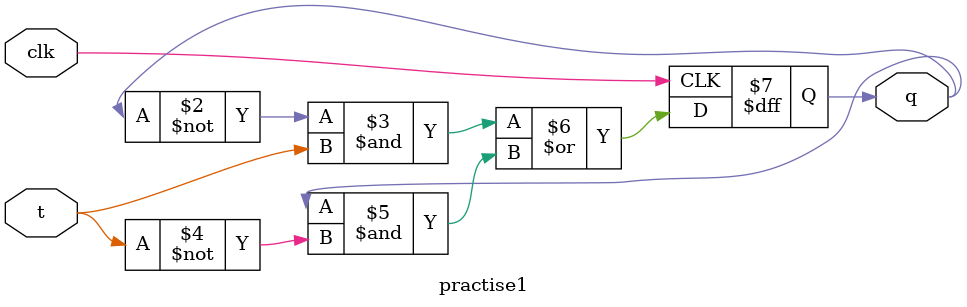
<source format=v>
module practise1(t,clk,q);
input t,clk;
output reg q;

always@(posedge clk)
begin
q<= ~q & t|q & ~t;
end
endmodule
 
</source>
